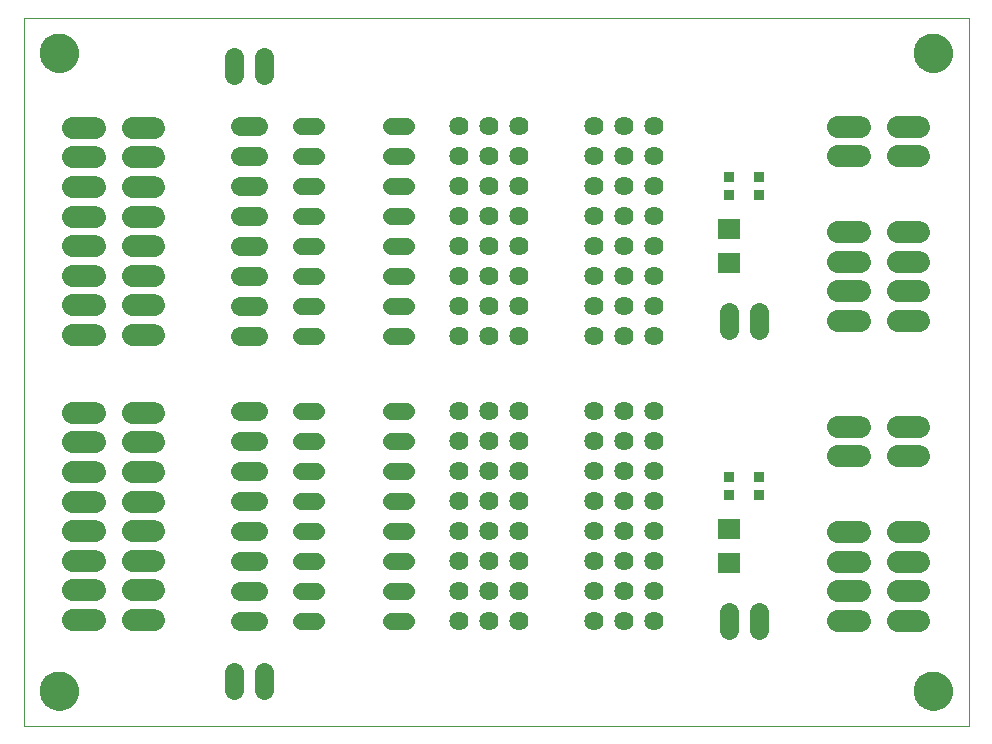
<source format=gts>
G75*
%MOIN*%
%OFA0B0*%
%FSLAX25Y25*%
%IPPOS*%
%LPD*%
%AMOC8*
5,1,8,0,0,1.08239X$1,22.5*
%
%ADD10C,0.00000*%
%ADD11C,0.12998*%
%ADD12C,0.06400*%
%ADD13C,0.06400*%
%ADD14R,0.03550X0.03550*%
%ADD15R,0.07498X0.06699*%
%ADD16C,0.07487*%
%ADD17C,0.05600*%
D10*
X0001000Y0001000D02*
X0001000Y0237220D01*
X0315961Y0237220D01*
X0315961Y0001000D01*
X0001000Y0001000D01*
X0006512Y0012811D02*
X0006514Y0012969D01*
X0006520Y0013127D01*
X0006530Y0013285D01*
X0006544Y0013443D01*
X0006562Y0013600D01*
X0006583Y0013757D01*
X0006609Y0013913D01*
X0006639Y0014069D01*
X0006672Y0014224D01*
X0006710Y0014377D01*
X0006751Y0014530D01*
X0006796Y0014682D01*
X0006845Y0014833D01*
X0006898Y0014982D01*
X0006954Y0015130D01*
X0007014Y0015276D01*
X0007078Y0015421D01*
X0007146Y0015564D01*
X0007217Y0015706D01*
X0007291Y0015846D01*
X0007369Y0015983D01*
X0007451Y0016119D01*
X0007535Y0016253D01*
X0007624Y0016384D01*
X0007715Y0016513D01*
X0007810Y0016640D01*
X0007907Y0016765D01*
X0008008Y0016887D01*
X0008112Y0017006D01*
X0008219Y0017123D01*
X0008329Y0017237D01*
X0008442Y0017348D01*
X0008557Y0017457D01*
X0008675Y0017562D01*
X0008796Y0017664D01*
X0008919Y0017764D01*
X0009045Y0017860D01*
X0009173Y0017953D01*
X0009303Y0018043D01*
X0009436Y0018129D01*
X0009571Y0018213D01*
X0009707Y0018292D01*
X0009846Y0018369D01*
X0009987Y0018441D01*
X0010129Y0018511D01*
X0010273Y0018576D01*
X0010419Y0018638D01*
X0010566Y0018696D01*
X0010715Y0018751D01*
X0010865Y0018802D01*
X0011016Y0018849D01*
X0011168Y0018892D01*
X0011321Y0018931D01*
X0011476Y0018967D01*
X0011631Y0018998D01*
X0011787Y0019026D01*
X0011943Y0019050D01*
X0012100Y0019070D01*
X0012258Y0019086D01*
X0012415Y0019098D01*
X0012574Y0019106D01*
X0012732Y0019110D01*
X0012890Y0019110D01*
X0013048Y0019106D01*
X0013207Y0019098D01*
X0013364Y0019086D01*
X0013522Y0019070D01*
X0013679Y0019050D01*
X0013835Y0019026D01*
X0013991Y0018998D01*
X0014146Y0018967D01*
X0014301Y0018931D01*
X0014454Y0018892D01*
X0014606Y0018849D01*
X0014757Y0018802D01*
X0014907Y0018751D01*
X0015056Y0018696D01*
X0015203Y0018638D01*
X0015349Y0018576D01*
X0015493Y0018511D01*
X0015635Y0018441D01*
X0015776Y0018369D01*
X0015915Y0018292D01*
X0016051Y0018213D01*
X0016186Y0018129D01*
X0016319Y0018043D01*
X0016449Y0017953D01*
X0016577Y0017860D01*
X0016703Y0017764D01*
X0016826Y0017664D01*
X0016947Y0017562D01*
X0017065Y0017457D01*
X0017180Y0017348D01*
X0017293Y0017237D01*
X0017403Y0017123D01*
X0017510Y0017006D01*
X0017614Y0016887D01*
X0017715Y0016765D01*
X0017812Y0016640D01*
X0017907Y0016513D01*
X0017998Y0016384D01*
X0018087Y0016253D01*
X0018171Y0016119D01*
X0018253Y0015983D01*
X0018331Y0015846D01*
X0018405Y0015706D01*
X0018476Y0015564D01*
X0018544Y0015421D01*
X0018608Y0015276D01*
X0018668Y0015130D01*
X0018724Y0014982D01*
X0018777Y0014833D01*
X0018826Y0014682D01*
X0018871Y0014530D01*
X0018912Y0014377D01*
X0018950Y0014224D01*
X0018983Y0014069D01*
X0019013Y0013913D01*
X0019039Y0013757D01*
X0019060Y0013600D01*
X0019078Y0013443D01*
X0019092Y0013285D01*
X0019102Y0013127D01*
X0019108Y0012969D01*
X0019110Y0012811D01*
X0019108Y0012653D01*
X0019102Y0012495D01*
X0019092Y0012337D01*
X0019078Y0012179D01*
X0019060Y0012022D01*
X0019039Y0011865D01*
X0019013Y0011709D01*
X0018983Y0011553D01*
X0018950Y0011398D01*
X0018912Y0011245D01*
X0018871Y0011092D01*
X0018826Y0010940D01*
X0018777Y0010789D01*
X0018724Y0010640D01*
X0018668Y0010492D01*
X0018608Y0010346D01*
X0018544Y0010201D01*
X0018476Y0010058D01*
X0018405Y0009916D01*
X0018331Y0009776D01*
X0018253Y0009639D01*
X0018171Y0009503D01*
X0018087Y0009369D01*
X0017998Y0009238D01*
X0017907Y0009109D01*
X0017812Y0008982D01*
X0017715Y0008857D01*
X0017614Y0008735D01*
X0017510Y0008616D01*
X0017403Y0008499D01*
X0017293Y0008385D01*
X0017180Y0008274D01*
X0017065Y0008165D01*
X0016947Y0008060D01*
X0016826Y0007958D01*
X0016703Y0007858D01*
X0016577Y0007762D01*
X0016449Y0007669D01*
X0016319Y0007579D01*
X0016186Y0007493D01*
X0016051Y0007409D01*
X0015915Y0007330D01*
X0015776Y0007253D01*
X0015635Y0007181D01*
X0015493Y0007111D01*
X0015349Y0007046D01*
X0015203Y0006984D01*
X0015056Y0006926D01*
X0014907Y0006871D01*
X0014757Y0006820D01*
X0014606Y0006773D01*
X0014454Y0006730D01*
X0014301Y0006691D01*
X0014146Y0006655D01*
X0013991Y0006624D01*
X0013835Y0006596D01*
X0013679Y0006572D01*
X0013522Y0006552D01*
X0013364Y0006536D01*
X0013207Y0006524D01*
X0013048Y0006516D01*
X0012890Y0006512D01*
X0012732Y0006512D01*
X0012574Y0006516D01*
X0012415Y0006524D01*
X0012258Y0006536D01*
X0012100Y0006552D01*
X0011943Y0006572D01*
X0011787Y0006596D01*
X0011631Y0006624D01*
X0011476Y0006655D01*
X0011321Y0006691D01*
X0011168Y0006730D01*
X0011016Y0006773D01*
X0010865Y0006820D01*
X0010715Y0006871D01*
X0010566Y0006926D01*
X0010419Y0006984D01*
X0010273Y0007046D01*
X0010129Y0007111D01*
X0009987Y0007181D01*
X0009846Y0007253D01*
X0009707Y0007330D01*
X0009571Y0007409D01*
X0009436Y0007493D01*
X0009303Y0007579D01*
X0009173Y0007669D01*
X0009045Y0007762D01*
X0008919Y0007858D01*
X0008796Y0007958D01*
X0008675Y0008060D01*
X0008557Y0008165D01*
X0008442Y0008274D01*
X0008329Y0008385D01*
X0008219Y0008499D01*
X0008112Y0008616D01*
X0008008Y0008735D01*
X0007907Y0008857D01*
X0007810Y0008982D01*
X0007715Y0009109D01*
X0007624Y0009238D01*
X0007535Y0009369D01*
X0007451Y0009503D01*
X0007369Y0009639D01*
X0007291Y0009776D01*
X0007217Y0009916D01*
X0007146Y0010058D01*
X0007078Y0010201D01*
X0007014Y0010346D01*
X0006954Y0010492D01*
X0006898Y0010640D01*
X0006845Y0010789D01*
X0006796Y0010940D01*
X0006751Y0011092D01*
X0006710Y0011245D01*
X0006672Y0011398D01*
X0006639Y0011553D01*
X0006609Y0011709D01*
X0006583Y0011865D01*
X0006562Y0012022D01*
X0006544Y0012179D01*
X0006530Y0012337D01*
X0006520Y0012495D01*
X0006514Y0012653D01*
X0006512Y0012811D01*
X0006512Y0225409D02*
X0006514Y0225567D01*
X0006520Y0225725D01*
X0006530Y0225883D01*
X0006544Y0226041D01*
X0006562Y0226198D01*
X0006583Y0226355D01*
X0006609Y0226511D01*
X0006639Y0226667D01*
X0006672Y0226822D01*
X0006710Y0226975D01*
X0006751Y0227128D01*
X0006796Y0227280D01*
X0006845Y0227431D01*
X0006898Y0227580D01*
X0006954Y0227728D01*
X0007014Y0227874D01*
X0007078Y0228019D01*
X0007146Y0228162D01*
X0007217Y0228304D01*
X0007291Y0228444D01*
X0007369Y0228581D01*
X0007451Y0228717D01*
X0007535Y0228851D01*
X0007624Y0228982D01*
X0007715Y0229111D01*
X0007810Y0229238D01*
X0007907Y0229363D01*
X0008008Y0229485D01*
X0008112Y0229604D01*
X0008219Y0229721D01*
X0008329Y0229835D01*
X0008442Y0229946D01*
X0008557Y0230055D01*
X0008675Y0230160D01*
X0008796Y0230262D01*
X0008919Y0230362D01*
X0009045Y0230458D01*
X0009173Y0230551D01*
X0009303Y0230641D01*
X0009436Y0230727D01*
X0009571Y0230811D01*
X0009707Y0230890D01*
X0009846Y0230967D01*
X0009987Y0231039D01*
X0010129Y0231109D01*
X0010273Y0231174D01*
X0010419Y0231236D01*
X0010566Y0231294D01*
X0010715Y0231349D01*
X0010865Y0231400D01*
X0011016Y0231447D01*
X0011168Y0231490D01*
X0011321Y0231529D01*
X0011476Y0231565D01*
X0011631Y0231596D01*
X0011787Y0231624D01*
X0011943Y0231648D01*
X0012100Y0231668D01*
X0012258Y0231684D01*
X0012415Y0231696D01*
X0012574Y0231704D01*
X0012732Y0231708D01*
X0012890Y0231708D01*
X0013048Y0231704D01*
X0013207Y0231696D01*
X0013364Y0231684D01*
X0013522Y0231668D01*
X0013679Y0231648D01*
X0013835Y0231624D01*
X0013991Y0231596D01*
X0014146Y0231565D01*
X0014301Y0231529D01*
X0014454Y0231490D01*
X0014606Y0231447D01*
X0014757Y0231400D01*
X0014907Y0231349D01*
X0015056Y0231294D01*
X0015203Y0231236D01*
X0015349Y0231174D01*
X0015493Y0231109D01*
X0015635Y0231039D01*
X0015776Y0230967D01*
X0015915Y0230890D01*
X0016051Y0230811D01*
X0016186Y0230727D01*
X0016319Y0230641D01*
X0016449Y0230551D01*
X0016577Y0230458D01*
X0016703Y0230362D01*
X0016826Y0230262D01*
X0016947Y0230160D01*
X0017065Y0230055D01*
X0017180Y0229946D01*
X0017293Y0229835D01*
X0017403Y0229721D01*
X0017510Y0229604D01*
X0017614Y0229485D01*
X0017715Y0229363D01*
X0017812Y0229238D01*
X0017907Y0229111D01*
X0017998Y0228982D01*
X0018087Y0228851D01*
X0018171Y0228717D01*
X0018253Y0228581D01*
X0018331Y0228444D01*
X0018405Y0228304D01*
X0018476Y0228162D01*
X0018544Y0228019D01*
X0018608Y0227874D01*
X0018668Y0227728D01*
X0018724Y0227580D01*
X0018777Y0227431D01*
X0018826Y0227280D01*
X0018871Y0227128D01*
X0018912Y0226975D01*
X0018950Y0226822D01*
X0018983Y0226667D01*
X0019013Y0226511D01*
X0019039Y0226355D01*
X0019060Y0226198D01*
X0019078Y0226041D01*
X0019092Y0225883D01*
X0019102Y0225725D01*
X0019108Y0225567D01*
X0019110Y0225409D01*
X0019108Y0225251D01*
X0019102Y0225093D01*
X0019092Y0224935D01*
X0019078Y0224777D01*
X0019060Y0224620D01*
X0019039Y0224463D01*
X0019013Y0224307D01*
X0018983Y0224151D01*
X0018950Y0223996D01*
X0018912Y0223843D01*
X0018871Y0223690D01*
X0018826Y0223538D01*
X0018777Y0223387D01*
X0018724Y0223238D01*
X0018668Y0223090D01*
X0018608Y0222944D01*
X0018544Y0222799D01*
X0018476Y0222656D01*
X0018405Y0222514D01*
X0018331Y0222374D01*
X0018253Y0222237D01*
X0018171Y0222101D01*
X0018087Y0221967D01*
X0017998Y0221836D01*
X0017907Y0221707D01*
X0017812Y0221580D01*
X0017715Y0221455D01*
X0017614Y0221333D01*
X0017510Y0221214D01*
X0017403Y0221097D01*
X0017293Y0220983D01*
X0017180Y0220872D01*
X0017065Y0220763D01*
X0016947Y0220658D01*
X0016826Y0220556D01*
X0016703Y0220456D01*
X0016577Y0220360D01*
X0016449Y0220267D01*
X0016319Y0220177D01*
X0016186Y0220091D01*
X0016051Y0220007D01*
X0015915Y0219928D01*
X0015776Y0219851D01*
X0015635Y0219779D01*
X0015493Y0219709D01*
X0015349Y0219644D01*
X0015203Y0219582D01*
X0015056Y0219524D01*
X0014907Y0219469D01*
X0014757Y0219418D01*
X0014606Y0219371D01*
X0014454Y0219328D01*
X0014301Y0219289D01*
X0014146Y0219253D01*
X0013991Y0219222D01*
X0013835Y0219194D01*
X0013679Y0219170D01*
X0013522Y0219150D01*
X0013364Y0219134D01*
X0013207Y0219122D01*
X0013048Y0219114D01*
X0012890Y0219110D01*
X0012732Y0219110D01*
X0012574Y0219114D01*
X0012415Y0219122D01*
X0012258Y0219134D01*
X0012100Y0219150D01*
X0011943Y0219170D01*
X0011787Y0219194D01*
X0011631Y0219222D01*
X0011476Y0219253D01*
X0011321Y0219289D01*
X0011168Y0219328D01*
X0011016Y0219371D01*
X0010865Y0219418D01*
X0010715Y0219469D01*
X0010566Y0219524D01*
X0010419Y0219582D01*
X0010273Y0219644D01*
X0010129Y0219709D01*
X0009987Y0219779D01*
X0009846Y0219851D01*
X0009707Y0219928D01*
X0009571Y0220007D01*
X0009436Y0220091D01*
X0009303Y0220177D01*
X0009173Y0220267D01*
X0009045Y0220360D01*
X0008919Y0220456D01*
X0008796Y0220556D01*
X0008675Y0220658D01*
X0008557Y0220763D01*
X0008442Y0220872D01*
X0008329Y0220983D01*
X0008219Y0221097D01*
X0008112Y0221214D01*
X0008008Y0221333D01*
X0007907Y0221455D01*
X0007810Y0221580D01*
X0007715Y0221707D01*
X0007624Y0221836D01*
X0007535Y0221967D01*
X0007451Y0222101D01*
X0007369Y0222237D01*
X0007291Y0222374D01*
X0007217Y0222514D01*
X0007146Y0222656D01*
X0007078Y0222799D01*
X0007014Y0222944D01*
X0006954Y0223090D01*
X0006898Y0223238D01*
X0006845Y0223387D01*
X0006796Y0223538D01*
X0006751Y0223690D01*
X0006710Y0223843D01*
X0006672Y0223996D01*
X0006639Y0224151D01*
X0006609Y0224307D01*
X0006583Y0224463D01*
X0006562Y0224620D01*
X0006544Y0224777D01*
X0006530Y0224935D01*
X0006520Y0225093D01*
X0006514Y0225251D01*
X0006512Y0225409D01*
X0297851Y0225409D02*
X0297853Y0225567D01*
X0297859Y0225725D01*
X0297869Y0225883D01*
X0297883Y0226041D01*
X0297901Y0226198D01*
X0297922Y0226355D01*
X0297948Y0226511D01*
X0297978Y0226667D01*
X0298011Y0226822D01*
X0298049Y0226975D01*
X0298090Y0227128D01*
X0298135Y0227280D01*
X0298184Y0227431D01*
X0298237Y0227580D01*
X0298293Y0227728D01*
X0298353Y0227874D01*
X0298417Y0228019D01*
X0298485Y0228162D01*
X0298556Y0228304D01*
X0298630Y0228444D01*
X0298708Y0228581D01*
X0298790Y0228717D01*
X0298874Y0228851D01*
X0298963Y0228982D01*
X0299054Y0229111D01*
X0299149Y0229238D01*
X0299246Y0229363D01*
X0299347Y0229485D01*
X0299451Y0229604D01*
X0299558Y0229721D01*
X0299668Y0229835D01*
X0299781Y0229946D01*
X0299896Y0230055D01*
X0300014Y0230160D01*
X0300135Y0230262D01*
X0300258Y0230362D01*
X0300384Y0230458D01*
X0300512Y0230551D01*
X0300642Y0230641D01*
X0300775Y0230727D01*
X0300910Y0230811D01*
X0301046Y0230890D01*
X0301185Y0230967D01*
X0301326Y0231039D01*
X0301468Y0231109D01*
X0301612Y0231174D01*
X0301758Y0231236D01*
X0301905Y0231294D01*
X0302054Y0231349D01*
X0302204Y0231400D01*
X0302355Y0231447D01*
X0302507Y0231490D01*
X0302660Y0231529D01*
X0302815Y0231565D01*
X0302970Y0231596D01*
X0303126Y0231624D01*
X0303282Y0231648D01*
X0303439Y0231668D01*
X0303597Y0231684D01*
X0303754Y0231696D01*
X0303913Y0231704D01*
X0304071Y0231708D01*
X0304229Y0231708D01*
X0304387Y0231704D01*
X0304546Y0231696D01*
X0304703Y0231684D01*
X0304861Y0231668D01*
X0305018Y0231648D01*
X0305174Y0231624D01*
X0305330Y0231596D01*
X0305485Y0231565D01*
X0305640Y0231529D01*
X0305793Y0231490D01*
X0305945Y0231447D01*
X0306096Y0231400D01*
X0306246Y0231349D01*
X0306395Y0231294D01*
X0306542Y0231236D01*
X0306688Y0231174D01*
X0306832Y0231109D01*
X0306974Y0231039D01*
X0307115Y0230967D01*
X0307254Y0230890D01*
X0307390Y0230811D01*
X0307525Y0230727D01*
X0307658Y0230641D01*
X0307788Y0230551D01*
X0307916Y0230458D01*
X0308042Y0230362D01*
X0308165Y0230262D01*
X0308286Y0230160D01*
X0308404Y0230055D01*
X0308519Y0229946D01*
X0308632Y0229835D01*
X0308742Y0229721D01*
X0308849Y0229604D01*
X0308953Y0229485D01*
X0309054Y0229363D01*
X0309151Y0229238D01*
X0309246Y0229111D01*
X0309337Y0228982D01*
X0309426Y0228851D01*
X0309510Y0228717D01*
X0309592Y0228581D01*
X0309670Y0228444D01*
X0309744Y0228304D01*
X0309815Y0228162D01*
X0309883Y0228019D01*
X0309947Y0227874D01*
X0310007Y0227728D01*
X0310063Y0227580D01*
X0310116Y0227431D01*
X0310165Y0227280D01*
X0310210Y0227128D01*
X0310251Y0226975D01*
X0310289Y0226822D01*
X0310322Y0226667D01*
X0310352Y0226511D01*
X0310378Y0226355D01*
X0310399Y0226198D01*
X0310417Y0226041D01*
X0310431Y0225883D01*
X0310441Y0225725D01*
X0310447Y0225567D01*
X0310449Y0225409D01*
X0310447Y0225251D01*
X0310441Y0225093D01*
X0310431Y0224935D01*
X0310417Y0224777D01*
X0310399Y0224620D01*
X0310378Y0224463D01*
X0310352Y0224307D01*
X0310322Y0224151D01*
X0310289Y0223996D01*
X0310251Y0223843D01*
X0310210Y0223690D01*
X0310165Y0223538D01*
X0310116Y0223387D01*
X0310063Y0223238D01*
X0310007Y0223090D01*
X0309947Y0222944D01*
X0309883Y0222799D01*
X0309815Y0222656D01*
X0309744Y0222514D01*
X0309670Y0222374D01*
X0309592Y0222237D01*
X0309510Y0222101D01*
X0309426Y0221967D01*
X0309337Y0221836D01*
X0309246Y0221707D01*
X0309151Y0221580D01*
X0309054Y0221455D01*
X0308953Y0221333D01*
X0308849Y0221214D01*
X0308742Y0221097D01*
X0308632Y0220983D01*
X0308519Y0220872D01*
X0308404Y0220763D01*
X0308286Y0220658D01*
X0308165Y0220556D01*
X0308042Y0220456D01*
X0307916Y0220360D01*
X0307788Y0220267D01*
X0307658Y0220177D01*
X0307525Y0220091D01*
X0307390Y0220007D01*
X0307254Y0219928D01*
X0307115Y0219851D01*
X0306974Y0219779D01*
X0306832Y0219709D01*
X0306688Y0219644D01*
X0306542Y0219582D01*
X0306395Y0219524D01*
X0306246Y0219469D01*
X0306096Y0219418D01*
X0305945Y0219371D01*
X0305793Y0219328D01*
X0305640Y0219289D01*
X0305485Y0219253D01*
X0305330Y0219222D01*
X0305174Y0219194D01*
X0305018Y0219170D01*
X0304861Y0219150D01*
X0304703Y0219134D01*
X0304546Y0219122D01*
X0304387Y0219114D01*
X0304229Y0219110D01*
X0304071Y0219110D01*
X0303913Y0219114D01*
X0303754Y0219122D01*
X0303597Y0219134D01*
X0303439Y0219150D01*
X0303282Y0219170D01*
X0303126Y0219194D01*
X0302970Y0219222D01*
X0302815Y0219253D01*
X0302660Y0219289D01*
X0302507Y0219328D01*
X0302355Y0219371D01*
X0302204Y0219418D01*
X0302054Y0219469D01*
X0301905Y0219524D01*
X0301758Y0219582D01*
X0301612Y0219644D01*
X0301468Y0219709D01*
X0301326Y0219779D01*
X0301185Y0219851D01*
X0301046Y0219928D01*
X0300910Y0220007D01*
X0300775Y0220091D01*
X0300642Y0220177D01*
X0300512Y0220267D01*
X0300384Y0220360D01*
X0300258Y0220456D01*
X0300135Y0220556D01*
X0300014Y0220658D01*
X0299896Y0220763D01*
X0299781Y0220872D01*
X0299668Y0220983D01*
X0299558Y0221097D01*
X0299451Y0221214D01*
X0299347Y0221333D01*
X0299246Y0221455D01*
X0299149Y0221580D01*
X0299054Y0221707D01*
X0298963Y0221836D01*
X0298874Y0221967D01*
X0298790Y0222101D01*
X0298708Y0222237D01*
X0298630Y0222374D01*
X0298556Y0222514D01*
X0298485Y0222656D01*
X0298417Y0222799D01*
X0298353Y0222944D01*
X0298293Y0223090D01*
X0298237Y0223238D01*
X0298184Y0223387D01*
X0298135Y0223538D01*
X0298090Y0223690D01*
X0298049Y0223843D01*
X0298011Y0223996D01*
X0297978Y0224151D01*
X0297948Y0224307D01*
X0297922Y0224463D01*
X0297901Y0224620D01*
X0297883Y0224777D01*
X0297869Y0224935D01*
X0297859Y0225093D01*
X0297853Y0225251D01*
X0297851Y0225409D01*
X0297851Y0012811D02*
X0297853Y0012969D01*
X0297859Y0013127D01*
X0297869Y0013285D01*
X0297883Y0013443D01*
X0297901Y0013600D01*
X0297922Y0013757D01*
X0297948Y0013913D01*
X0297978Y0014069D01*
X0298011Y0014224D01*
X0298049Y0014377D01*
X0298090Y0014530D01*
X0298135Y0014682D01*
X0298184Y0014833D01*
X0298237Y0014982D01*
X0298293Y0015130D01*
X0298353Y0015276D01*
X0298417Y0015421D01*
X0298485Y0015564D01*
X0298556Y0015706D01*
X0298630Y0015846D01*
X0298708Y0015983D01*
X0298790Y0016119D01*
X0298874Y0016253D01*
X0298963Y0016384D01*
X0299054Y0016513D01*
X0299149Y0016640D01*
X0299246Y0016765D01*
X0299347Y0016887D01*
X0299451Y0017006D01*
X0299558Y0017123D01*
X0299668Y0017237D01*
X0299781Y0017348D01*
X0299896Y0017457D01*
X0300014Y0017562D01*
X0300135Y0017664D01*
X0300258Y0017764D01*
X0300384Y0017860D01*
X0300512Y0017953D01*
X0300642Y0018043D01*
X0300775Y0018129D01*
X0300910Y0018213D01*
X0301046Y0018292D01*
X0301185Y0018369D01*
X0301326Y0018441D01*
X0301468Y0018511D01*
X0301612Y0018576D01*
X0301758Y0018638D01*
X0301905Y0018696D01*
X0302054Y0018751D01*
X0302204Y0018802D01*
X0302355Y0018849D01*
X0302507Y0018892D01*
X0302660Y0018931D01*
X0302815Y0018967D01*
X0302970Y0018998D01*
X0303126Y0019026D01*
X0303282Y0019050D01*
X0303439Y0019070D01*
X0303597Y0019086D01*
X0303754Y0019098D01*
X0303913Y0019106D01*
X0304071Y0019110D01*
X0304229Y0019110D01*
X0304387Y0019106D01*
X0304546Y0019098D01*
X0304703Y0019086D01*
X0304861Y0019070D01*
X0305018Y0019050D01*
X0305174Y0019026D01*
X0305330Y0018998D01*
X0305485Y0018967D01*
X0305640Y0018931D01*
X0305793Y0018892D01*
X0305945Y0018849D01*
X0306096Y0018802D01*
X0306246Y0018751D01*
X0306395Y0018696D01*
X0306542Y0018638D01*
X0306688Y0018576D01*
X0306832Y0018511D01*
X0306974Y0018441D01*
X0307115Y0018369D01*
X0307254Y0018292D01*
X0307390Y0018213D01*
X0307525Y0018129D01*
X0307658Y0018043D01*
X0307788Y0017953D01*
X0307916Y0017860D01*
X0308042Y0017764D01*
X0308165Y0017664D01*
X0308286Y0017562D01*
X0308404Y0017457D01*
X0308519Y0017348D01*
X0308632Y0017237D01*
X0308742Y0017123D01*
X0308849Y0017006D01*
X0308953Y0016887D01*
X0309054Y0016765D01*
X0309151Y0016640D01*
X0309246Y0016513D01*
X0309337Y0016384D01*
X0309426Y0016253D01*
X0309510Y0016119D01*
X0309592Y0015983D01*
X0309670Y0015846D01*
X0309744Y0015706D01*
X0309815Y0015564D01*
X0309883Y0015421D01*
X0309947Y0015276D01*
X0310007Y0015130D01*
X0310063Y0014982D01*
X0310116Y0014833D01*
X0310165Y0014682D01*
X0310210Y0014530D01*
X0310251Y0014377D01*
X0310289Y0014224D01*
X0310322Y0014069D01*
X0310352Y0013913D01*
X0310378Y0013757D01*
X0310399Y0013600D01*
X0310417Y0013443D01*
X0310431Y0013285D01*
X0310441Y0013127D01*
X0310447Y0012969D01*
X0310449Y0012811D01*
X0310447Y0012653D01*
X0310441Y0012495D01*
X0310431Y0012337D01*
X0310417Y0012179D01*
X0310399Y0012022D01*
X0310378Y0011865D01*
X0310352Y0011709D01*
X0310322Y0011553D01*
X0310289Y0011398D01*
X0310251Y0011245D01*
X0310210Y0011092D01*
X0310165Y0010940D01*
X0310116Y0010789D01*
X0310063Y0010640D01*
X0310007Y0010492D01*
X0309947Y0010346D01*
X0309883Y0010201D01*
X0309815Y0010058D01*
X0309744Y0009916D01*
X0309670Y0009776D01*
X0309592Y0009639D01*
X0309510Y0009503D01*
X0309426Y0009369D01*
X0309337Y0009238D01*
X0309246Y0009109D01*
X0309151Y0008982D01*
X0309054Y0008857D01*
X0308953Y0008735D01*
X0308849Y0008616D01*
X0308742Y0008499D01*
X0308632Y0008385D01*
X0308519Y0008274D01*
X0308404Y0008165D01*
X0308286Y0008060D01*
X0308165Y0007958D01*
X0308042Y0007858D01*
X0307916Y0007762D01*
X0307788Y0007669D01*
X0307658Y0007579D01*
X0307525Y0007493D01*
X0307390Y0007409D01*
X0307254Y0007330D01*
X0307115Y0007253D01*
X0306974Y0007181D01*
X0306832Y0007111D01*
X0306688Y0007046D01*
X0306542Y0006984D01*
X0306395Y0006926D01*
X0306246Y0006871D01*
X0306096Y0006820D01*
X0305945Y0006773D01*
X0305793Y0006730D01*
X0305640Y0006691D01*
X0305485Y0006655D01*
X0305330Y0006624D01*
X0305174Y0006596D01*
X0305018Y0006572D01*
X0304861Y0006552D01*
X0304703Y0006536D01*
X0304546Y0006524D01*
X0304387Y0006516D01*
X0304229Y0006512D01*
X0304071Y0006512D01*
X0303913Y0006516D01*
X0303754Y0006524D01*
X0303597Y0006536D01*
X0303439Y0006552D01*
X0303282Y0006572D01*
X0303126Y0006596D01*
X0302970Y0006624D01*
X0302815Y0006655D01*
X0302660Y0006691D01*
X0302507Y0006730D01*
X0302355Y0006773D01*
X0302204Y0006820D01*
X0302054Y0006871D01*
X0301905Y0006926D01*
X0301758Y0006984D01*
X0301612Y0007046D01*
X0301468Y0007111D01*
X0301326Y0007181D01*
X0301185Y0007253D01*
X0301046Y0007330D01*
X0300910Y0007409D01*
X0300775Y0007493D01*
X0300642Y0007579D01*
X0300512Y0007669D01*
X0300384Y0007762D01*
X0300258Y0007858D01*
X0300135Y0007958D01*
X0300014Y0008060D01*
X0299896Y0008165D01*
X0299781Y0008274D01*
X0299668Y0008385D01*
X0299558Y0008499D01*
X0299451Y0008616D01*
X0299347Y0008735D01*
X0299246Y0008857D01*
X0299149Y0008982D01*
X0299054Y0009109D01*
X0298963Y0009238D01*
X0298874Y0009369D01*
X0298790Y0009503D01*
X0298708Y0009639D01*
X0298630Y0009776D01*
X0298556Y0009916D01*
X0298485Y0010058D01*
X0298417Y0010201D01*
X0298353Y0010346D01*
X0298293Y0010492D01*
X0298237Y0010640D01*
X0298184Y0010789D01*
X0298135Y0010940D01*
X0298090Y0011092D01*
X0298049Y0011245D01*
X0298011Y0011398D01*
X0297978Y0011553D01*
X0297948Y0011709D01*
X0297922Y0011865D01*
X0297901Y0012022D01*
X0297883Y0012179D01*
X0297869Y0012337D01*
X0297859Y0012495D01*
X0297853Y0012653D01*
X0297851Y0012811D01*
D11*
X0304150Y0012811D03*
X0304150Y0225409D03*
X0012811Y0225409D03*
X0012811Y0012811D03*
D12*
X0071000Y0013000D02*
X0071000Y0019000D01*
X0081000Y0019000D02*
X0081000Y0013000D01*
X0079000Y0036000D02*
X0073000Y0036000D01*
X0073000Y0046000D02*
X0079000Y0046000D01*
X0079000Y0056000D02*
X0073000Y0056000D01*
X0073000Y0066000D02*
X0079000Y0066000D01*
X0079000Y0076000D02*
X0073000Y0076000D01*
X0073000Y0086000D02*
X0079000Y0086000D01*
X0079000Y0096000D02*
X0073000Y0096000D01*
X0073000Y0106000D02*
X0079000Y0106000D01*
X0079000Y0131000D02*
X0073000Y0131000D01*
X0073000Y0141000D02*
X0079000Y0141000D01*
X0079000Y0151000D02*
X0073000Y0151000D01*
X0073000Y0161000D02*
X0079000Y0161000D01*
X0079000Y0171000D02*
X0073000Y0171000D01*
X0073000Y0181000D02*
X0079000Y0181000D01*
X0079000Y0191000D02*
X0073000Y0191000D01*
X0073000Y0201000D02*
X0079000Y0201000D01*
X0081000Y0218000D02*
X0081000Y0224000D01*
X0071000Y0224000D02*
X0071000Y0218000D01*
X0236000Y0139000D02*
X0236000Y0133000D01*
X0246000Y0133000D02*
X0246000Y0139000D01*
X0246000Y0039000D02*
X0246000Y0033000D01*
X0236000Y0033000D02*
X0236000Y0039000D01*
D13*
X0211000Y0036000D03*
X0201000Y0036000D03*
X0191000Y0036000D03*
X0191000Y0046000D03*
X0201000Y0046000D03*
X0211000Y0046000D03*
X0211000Y0056000D03*
X0201000Y0056000D03*
X0191000Y0056000D03*
X0191000Y0066000D03*
X0201000Y0066000D03*
X0211000Y0066000D03*
X0211000Y0076000D03*
X0201000Y0076000D03*
X0191000Y0076000D03*
X0191000Y0086000D03*
X0201000Y0086000D03*
X0211000Y0086000D03*
X0211000Y0096000D03*
X0201000Y0096000D03*
X0191000Y0096000D03*
X0191000Y0106000D03*
X0201000Y0106000D03*
X0211000Y0106000D03*
X0211000Y0131000D03*
X0201000Y0131000D03*
X0191000Y0131000D03*
X0191000Y0141000D03*
X0201000Y0141000D03*
X0211000Y0141000D03*
X0211000Y0151000D03*
X0201000Y0151000D03*
X0191000Y0151000D03*
X0191000Y0161000D03*
X0201000Y0161000D03*
X0211000Y0161000D03*
X0211000Y0171000D03*
X0201000Y0171000D03*
X0191000Y0171000D03*
X0191000Y0181000D03*
X0201000Y0181000D03*
X0211000Y0181000D03*
X0211000Y0191000D03*
X0201000Y0191000D03*
X0191000Y0191000D03*
X0191000Y0201000D03*
X0201000Y0201000D03*
X0211000Y0201000D03*
X0166000Y0201000D03*
X0156000Y0201000D03*
X0146000Y0201000D03*
X0146000Y0191000D03*
X0156000Y0191000D03*
X0166000Y0191000D03*
X0166000Y0181000D03*
X0156000Y0181000D03*
X0146000Y0181000D03*
X0146000Y0171000D03*
X0156000Y0171000D03*
X0166000Y0171000D03*
X0166000Y0161000D03*
X0156000Y0161000D03*
X0146000Y0161000D03*
X0146000Y0151000D03*
X0156000Y0151000D03*
X0166000Y0151000D03*
X0166000Y0141000D03*
X0156000Y0141000D03*
X0146000Y0141000D03*
X0146000Y0131000D03*
X0156000Y0131000D03*
X0166000Y0131000D03*
X0166000Y0106000D03*
X0156000Y0106000D03*
X0146000Y0106000D03*
X0146000Y0096000D03*
X0156000Y0096000D03*
X0166000Y0096000D03*
X0166000Y0086000D03*
X0156000Y0086000D03*
X0146000Y0086000D03*
X0146000Y0076000D03*
X0156000Y0076000D03*
X0166000Y0076000D03*
X0166000Y0066000D03*
X0156000Y0066000D03*
X0146000Y0066000D03*
X0146000Y0056000D03*
X0156000Y0056000D03*
X0166000Y0056000D03*
X0166000Y0046000D03*
X0156000Y0046000D03*
X0146000Y0046000D03*
X0146000Y0036000D03*
X0156000Y0036000D03*
X0166000Y0036000D03*
D14*
X0236000Y0078047D03*
X0236000Y0083953D03*
X0246000Y0083953D03*
X0246000Y0078047D03*
X0246000Y0178047D03*
X0246000Y0183953D03*
X0236000Y0183953D03*
X0236000Y0178047D03*
D15*
X0236000Y0166598D03*
X0236000Y0155402D03*
X0236000Y0066598D03*
X0236000Y0055402D03*
D16*
X0272614Y0055921D02*
X0279701Y0055921D01*
X0279701Y0046079D02*
X0272614Y0046079D01*
X0272614Y0036236D02*
X0279701Y0036236D01*
X0292299Y0036236D02*
X0299386Y0036236D01*
X0299386Y0046079D02*
X0292299Y0046079D01*
X0292299Y0055921D02*
X0299386Y0055921D01*
X0299386Y0065764D02*
X0292299Y0065764D01*
X0279701Y0065764D02*
X0272614Y0065764D01*
X0272614Y0091079D02*
X0279701Y0091079D01*
X0279701Y0100921D02*
X0272614Y0100921D01*
X0292299Y0100921D02*
X0299386Y0100921D01*
X0299386Y0091079D02*
X0292299Y0091079D01*
X0292299Y0136236D02*
X0299386Y0136236D01*
X0299386Y0146079D02*
X0292299Y0146079D01*
X0292299Y0155921D02*
X0299386Y0155921D01*
X0299386Y0165764D02*
X0292299Y0165764D01*
X0279701Y0165764D02*
X0272614Y0165764D01*
X0272614Y0155921D02*
X0279701Y0155921D01*
X0279701Y0146079D02*
X0272614Y0146079D01*
X0272614Y0136236D02*
X0279701Y0136236D01*
X0279701Y0191079D02*
X0272614Y0191079D01*
X0272614Y0200921D02*
X0279701Y0200921D01*
X0292299Y0200921D02*
X0299386Y0200921D01*
X0299386Y0191079D02*
X0292299Y0191079D01*
X0044386Y0190606D02*
X0037299Y0190606D01*
X0037299Y0200449D02*
X0044386Y0200449D01*
X0024701Y0200449D02*
X0017614Y0200449D01*
X0017614Y0190606D02*
X0024701Y0190606D01*
X0024701Y0180764D02*
X0017614Y0180764D01*
X0017614Y0170921D02*
X0024701Y0170921D01*
X0024701Y0161079D02*
X0017614Y0161079D01*
X0017614Y0151236D02*
X0024701Y0151236D01*
X0024701Y0141394D02*
X0017614Y0141394D01*
X0017614Y0131551D02*
X0024701Y0131551D01*
X0037299Y0131551D02*
X0044386Y0131551D01*
X0044386Y0141394D02*
X0037299Y0141394D01*
X0037299Y0151236D02*
X0044386Y0151236D01*
X0044386Y0161079D02*
X0037299Y0161079D01*
X0037299Y0170921D02*
X0044386Y0170921D01*
X0044386Y0180764D02*
X0037299Y0180764D01*
X0037299Y0105449D02*
X0044386Y0105449D01*
X0044386Y0095606D02*
X0037299Y0095606D01*
X0037299Y0085764D02*
X0044386Y0085764D01*
X0044386Y0075921D02*
X0037299Y0075921D01*
X0037299Y0066079D02*
X0044386Y0066079D01*
X0044386Y0056236D02*
X0037299Y0056236D01*
X0037299Y0046394D02*
X0044386Y0046394D01*
X0044386Y0036551D02*
X0037299Y0036551D01*
X0024701Y0036551D02*
X0017614Y0036551D01*
X0017614Y0046394D02*
X0024701Y0046394D01*
X0024701Y0056236D02*
X0017614Y0056236D01*
X0017614Y0066079D02*
X0024701Y0066079D01*
X0024701Y0075921D02*
X0017614Y0075921D01*
X0017614Y0085764D02*
X0024701Y0085764D01*
X0024701Y0095606D02*
X0017614Y0095606D01*
X0017614Y0105449D02*
X0024701Y0105449D01*
D17*
X0093400Y0106000D02*
X0098600Y0106000D01*
X0098600Y0096000D02*
X0093400Y0096000D01*
X0093400Y0086000D02*
X0098600Y0086000D01*
X0098600Y0076000D02*
X0093400Y0076000D01*
X0093400Y0066000D02*
X0098600Y0066000D01*
X0098600Y0056000D02*
X0093400Y0056000D01*
X0093400Y0046000D02*
X0098600Y0046000D01*
X0098600Y0036000D02*
X0093400Y0036000D01*
X0123400Y0036000D02*
X0128600Y0036000D01*
X0128600Y0046000D02*
X0123400Y0046000D01*
X0123400Y0056000D02*
X0128600Y0056000D01*
X0128600Y0066000D02*
X0123400Y0066000D01*
X0123400Y0076000D02*
X0128600Y0076000D01*
X0128600Y0086000D02*
X0123400Y0086000D01*
X0123400Y0096000D02*
X0128600Y0096000D01*
X0128600Y0106000D02*
X0123400Y0106000D01*
X0123400Y0131000D02*
X0128600Y0131000D01*
X0128600Y0141000D02*
X0123400Y0141000D01*
X0123400Y0151000D02*
X0128600Y0151000D01*
X0128600Y0161000D02*
X0123400Y0161000D01*
X0123400Y0171000D02*
X0128600Y0171000D01*
X0128600Y0181000D02*
X0123400Y0181000D01*
X0123400Y0191000D02*
X0128600Y0191000D01*
X0128600Y0201000D02*
X0123400Y0201000D01*
X0098600Y0201000D02*
X0093400Y0201000D01*
X0093400Y0191000D02*
X0098600Y0191000D01*
X0098600Y0181000D02*
X0093400Y0181000D01*
X0093400Y0171000D02*
X0098600Y0171000D01*
X0098600Y0161000D02*
X0093400Y0161000D01*
X0093400Y0151000D02*
X0098600Y0151000D01*
X0098600Y0141000D02*
X0093400Y0141000D01*
X0093400Y0131000D02*
X0098600Y0131000D01*
M02*

</source>
